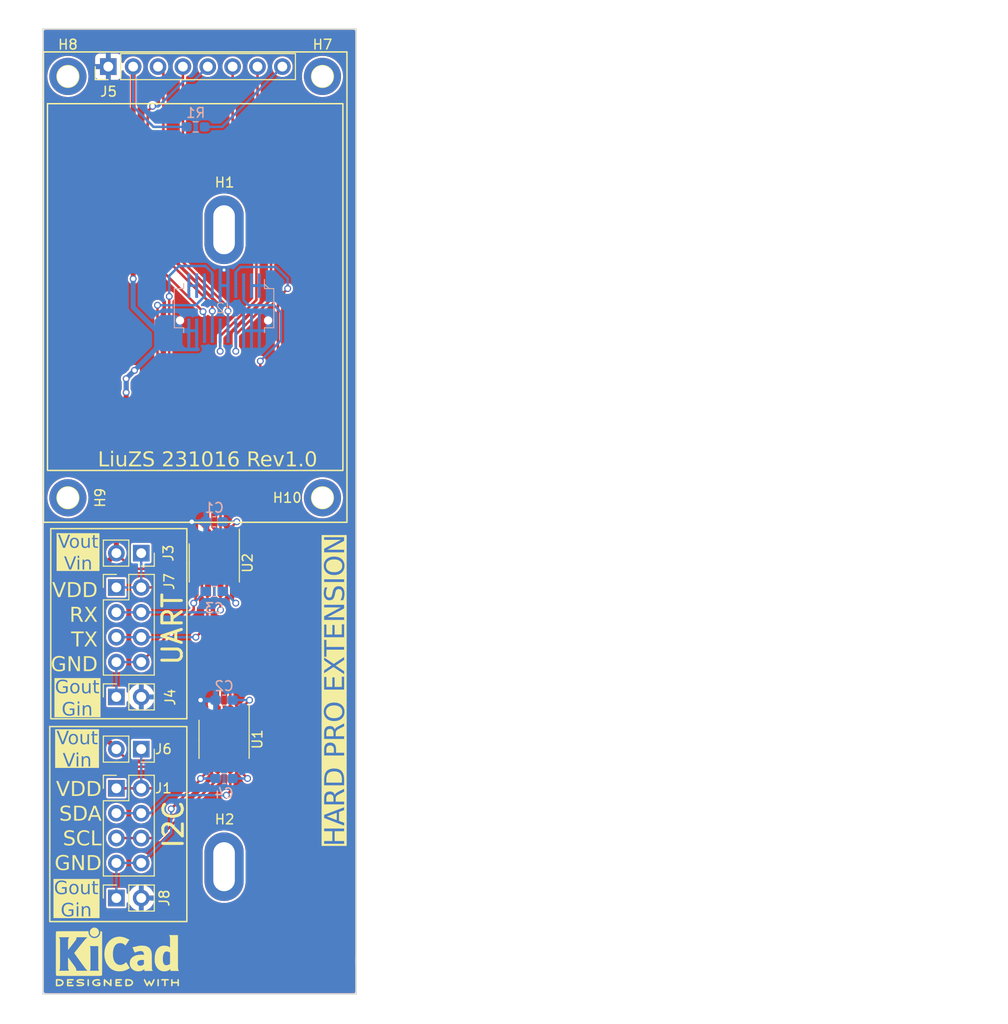
<source format=kicad_pcb>
(kicad_pcb (version 20221018) (generator pcbnew)
  (layers (0 "F.Cu" signal) (31 "B.Cu" signal) (34 "B.Paste" user) (35 "F.Paste" user) (36 "B.SilkS" user "B.Silkscreen") (37 "F.SilkS" user "F.Silkscreen") (38 "B.Mask" user) (39 "F.Mask" user) (44 "Edge.Cuts" user))
  (net 0 "")
  (net 1 "+5V")
  (net 2 "GND")
  (net 3 "VDD")
  (net 6 "VDDA")
  (net 7 "/RXO")
  (net 8 "/TXO")
  (net 9 "GNDA")
  (net 10 "VDDF")
  (net 11 "/SDAO")
  (net 12 "/SCLO")
  (net 13 "GND1")
  (net 14 "/BLK")
  (net 15 "/Tx6")
  (net 16 "/Rx6")
  (net 17 "/SDA3")
  (net 18 "/SCL3")
  (net 19 "/PC8")
  (net 20 "/MOSI2")
  (net 21 "/MISO2")
  (net 22 "/SCK2")
  (net 23 "/PB12")
  (footprint "Symbol:OSHW-Logo_11.4x12mm_Copper" (layer "F.Cu") (at 57.3 113.1)
    (fp_text reference "REF**" hide)
    (fp_text value "OSHW-Logo_11.4x12mm_Copper" hide)
  )
  (footprint "Connector_PinSocket_2.54mm:PinSocket_1x02_P2.54mm_Vertical" (layer "F.Cu") (at 41.54 75 -90)
    (fp_text reference "J3")
    (fp_text value "Conn_01x02_Pin")
  )
  (footprint "Connector_PinHeader_2.54mm:PinHeader_2x04_P2.54mm_Vertical" (layer "F.Cu") (at 39 78.5)
    (fp_text reference "J7")
    (fp_text value "Conn_02x04_Odd_Even")
  )
  (footprint "Connector_PinSocket_2.54mm:PinSocket_1x02_P2.54mm_Vertical" (layer "F.Cu") (at 39 89.675 90)
    (fp_text reference "J4")
    (fp_text value "Conn_01x02_Pin")
  )
  (footprint "Package_SO:SOIC-8_3.9x4.9mm_P1.27mm" (layer "F.Cu") (at 50 94 -90)
    (fp_text reference "U1")
    (fp_text value "ADuM1250")
  )
  (footprint "Symbol:KiCad-Logo2_5mm_SilkScreen" (layer "F.Cu") (at 39.1 116.2)
    (fp_text reference "REF**" hide)
    (fp_text value "KiCad-Logo2_5mm_SilkScreen" hide)
  )
  (footprint "Connector_PinSocket_2.54mm:PinSocket_1x02_P2.54mm_Vertical" (layer "F.Cu") (at 41.54 95 -90)
    (fp_text reference "J6")
    (fp_text value "Conn_01x02_Pin")
  )
  (footprint "Package_SO:SOIC-8_3.9x4.9mm_P1.27mm" (layer "F.Cu") (at 49 76 -90)
    (fp_text reference "U2")
    (fp_text value "ADuM1201BR")
  )
  (footprint "MountingHole:MountingHole_2.2mm_M2_DIN965_Pad" (layer "F.Cu") (at 60.05 26.35)
    (fp_text reference "H7")
    (fp_text value "MountingHole_Pad" hide)
  )
  (footprint "MountingHole:MountingHole_2.2mm_M2_DIN965_Pad" (layer "F.Cu") (at 34.05 26.35)
    (fp_text reference "H8")
    (fp_text value "MountingHole_Pad")
  )
  (footprint "MountingHole:MountingHole_2.2mm_M2_DIN965_Pad" (layer "F.Cu") (at 34.05 69.35 90)
    (fp_text reference "H9")
    (fp_text value "MountingHole_Pad")
  )
  (footprint "Jimmy_Library:MountingHole_M2_2.2x5mm_pad" (layer "F.Cu") (at 50 42)
    (fp_text reference "H1")
    (fp_text value "MountingHole_Pad")
  )
  (footprint "Connector_PinSocket_2.54mm:PinSocket_1x02_P2.54mm_Vertical" (layer "F.Cu") (at 39 110.2 90)
    (fp_text reference "J8")
    (fp_text value "Conn_01x02_Pin")
  )
  (footprint "Jimmy_Library:MountingHole_M2_2.2x5mm_pad" (layer "F.Cu") (at 50 107)
    (fp_text reference "H2")
    (fp_text value "MountingHole_Pad")
  )
  (footprint "MountingHole:MountingHole_2.2mm_M2_DIN965_Pad" (layer "F.Cu") (at 60.05 69.35)
    (fp_text reference "H10")
    (fp_text value "MountingHole_Pad")
  )
  (footprint "Connector_PinHeader_2.54mm:PinHeader_2x04_P2.54mm_Vertical" (layer "F.Cu") (at 39 99)
    (fp_text reference "J1")
    (fp_text value "Conn_02x04_Odd_Even")
  )
  (footprint "Connector_PinHeader_2.54mm:PinHeader_1x08_P2.54mm_Vertical" (layer "F.Cu") (at 38.175 25.35 90)
    (fp_text reference "J5")
    (fp_text value "Conn_01x08_Pin")
  )
  (footprint "Capacitor_SMD:C_0603_1608Metric_Pad1.08x0.95mm_HandSolder" (layer "B.Cu") (at 50 98 180)
    (fp_text reference "C4")
    (fp_text value "100nf")
  )
  (footprint "Capacitor_SMD:C_0603_1608Metric_Pad1.08x0.95mm_HandSolder" (layer "B.Cu") (at 50 90 180)
    (fp_text reference "C2")
    (fp_text value "100nf")
  )
  (footprint "Resistor_SMD:R_0603_1608Metric_Pad0.98x0.95mm_HandSolder" (layer "B.Cu") (at 47.1 31.5 180)
    (fp_text reference "R1")
    (fp_text value "10k")
  )
  (footprint "JConnector:BTB_0.8mm_2x10pin_Male" (layer "B.Cu") (at 50 50 180)
    (fp_text reference "J2")
    (fp_text value "Conn_02x10_Counter_Clockwise")
  )
  (footprint "Capacitor_SMD:C_0603_1608Metric_Pad1.08x0.95mm_HandSolder" (layer "B.Cu") (at 49 78.9 180)
    (fp_text reference "C3")
    (fp_text value "100nf")
  )
  (footprint "Capacitor_SMD:C_0603_1608Metric_Pad1.08x0.95mm_HandSolder" (layer "B.Cu") (at 49 71.8 180)
    (fp_text reference "C1")
    (fp_text value "100nf")
  )
  (gr_circle locked (center 60.05 26.35) (end 61.15 26.35) (stroke (width 0.15)) (fill none) (layer "F.SilkS"))
  (gr_circle locked (center 34.05 26.35) (end 35.15 26.35) (stroke (width 0.15)) (fill none) (layer "F.SilkS"))
  (gr_circle locked (center 34.05 69.35) (end 35.15 69.35) (stroke (width 0.15)) (fill none) (layer "F.SilkS"))
  (gr_circle locked (center 60.05 69.35) (end 61.15 69.35) (stroke (width 0.15)) (fill none) (layer "F.SilkS"))
  (gr_rect (start 32.3 72.5) (end 46.2 91.9) (stroke (width 0.15)) (fill none) (layer "F.SilkS"))
  (gr_rect locked (start 31.55 23.85) (end 62.55 71.85) (stroke (width 0.15)) (fill none) (layer "F.SilkS"))
  (gr_rect locked (start 31.965 29.13) (end 62.135 66.56) (stroke (width 0.15)) (fill none) (layer "F.SilkS"))
  (gr_rect (start 32.2 92.7) (end 46.2 112.6) (stroke (width 0.15)) (fill none) (layer "F.SilkS"))
  (gr_line (start 63.5 28.825) (end 63.5 21.5) (stroke (width 0.1)) (layer "Edge.Cuts"))
  (gr_line (start 31.5 21.5) (end 63.5 21.5) (stroke (width 0.1)) (layer "Edge.Cuts"))
  (gr_line (start 63.5 52.65) (end 63.5 28.825) (stroke (width 0.1)) (layer "Edge.Cuts"))
  (gr_line (start 31.5 120) (end 31.5 21.5) (stroke (width 0.1)) (layer "Edge.Cuts"))
  (gr_line (start 63.5 120) (end 31.5 120) (stroke (width 0.1)) (layer "Edge.Cuts"))
  (gr_line (start 63.5 120) (end 63.5 52.65) (stroke (width 0.1)) (layer "Edge.Cuts"))
  (gr_text "LiuZS 231016 Rev1.0" (at 37.1 66.4) (layer "F.SilkS") (effects (font (size 1.5 1.5)) (justify left bottom)))
  (gr_text "I2C" (at 46 105.3 90) (layer "F.SilkS") (effects (font (size 2 2) (thickness 0.3)) (justify left bottom)))
  (gr_text "Vout\nVin" (at 35 97) (layer "F.SilkS" knockout) (effects (font (size 1.35 1.35)) (justify bottom)))
  (gr_text "Gout\nGin" (at 35 91.8) (layer "F.SilkS" knockout) (effects (font (size 1.35 1.35)) (justify bottom)))
  (gr_text "VDD\nRX\nTX\nGND" (at 37.1 87.3) (layer "F.SilkS") (effects (font (size 1.5 1.5)) (justify right bottom)))
  (gr_text "VDD\nSDA\nSCL\nGND" (at 37.5 107.6) (layer "F.SilkS") (effects (font (size 1.5 1.5)) (justify right bottom)))
  (gr_text "Vout\nVin" (at 35.1 76.9) (layer "F.SilkS" knockout) (effects (font (size 1.32 1.32)) (justify bottom)))
  (gr_text "HARD PRO EXTENSION" (at 62.6 73.1 90) (layer "F.SilkS" knockout) (effects (font (size 2 2)) (justify right bottom)))
  (gr_text "Gout\nGin" (at 34.9 112.3) (layer "F.SilkS" knockout) (effects (font (size 1.35 1.35)) (justify bottom)))
  (gr_text "UART" (at 45.9 86.6 90) (layer "F.SilkS") (effects (font (size 2 2) (thickness 0.3)) (justify left bottom)))
  (segment (start 46.4 47.7) (end 47.2 47.7) (width 0.254) (layer "B.Cu") (net 1))
  (segment (start 48.095 90.495) (end 47.6 90) (width 0.254) (layer "F.Cu") (net 2))
  (segment (start 47.095 72.195) (end 47.095 73.525) (width 0.254) (layer "F.Cu") (net 2))
  (segment (start 48.095 91.525) (end 48.095 90.495) (width 0.254) (layer "F.Cu") (net 2))
  (segment (start 46.7 71.8) (end 47.095 72.195) (width 0.254) (layer "F.Cu") (net 2))
  (via (at 47.6 90) (size 0.7) (drill 0.45) (layers "F.Cu" "B.Cu") (net 2))
  (via (at 50 46.1) (size 0.5) (drill 0.3) (layers "F.Cu" "B.Cu") (net 2))
  (via (at 46.7 71.8) (size 0.7) (drill 0.45) (layers "F.Cu" "B.Cu") (net 2))
  (segment (start 47.6 90) (end 49.1375 90) (width 0.254) (layer "B.Cu") (net 2))
  (segment (start 46.7 71.8) (end 48.1375 71.8) (width 0.254) (layer "B.Cu") (net 2))
  (segment (start 40 71.9) (end 39 72.9) (width 0.508) (layer "F.Cu") (net 3))
  (segment (start 35.9 78.1) (end 35.9 91.9) (width 0.508) (layer "F.Cu") (net 3))
  (segment (start 43.9 76.6) (end 40.6 76.6) (width 0.254) (layer "F.Cu") (net 3))
  (segment (start 42.8 96.8) (end 40.8 96.8) (width 0.254) (layer "F.Cu") (net 3))
  (segment (start 50.905 72.195) (end 50.905 73.525) (width 0.254) (layer "F.Cu") (net 3))
  (segment (start 40.6 76.6) (end 39 75) (width 0.254) (layer "F.Cu") (net 3))
  (segment (start 44.6 75.9) (end 43.9 76.6) (width 0.254) (layer "F.Cu") (net 3))
  (segment (start 50.905 74.995) (end 50 75.9) (width 0.254) (layer "F.Cu") (net 3))
  (segment (start 40 58.6) (end 40 71.9) (width 0.508) (layer "F.Cu") (net 3))
  (segment (start 35.9 91.9) (end 39 95) (width 0.508) (layer "F.Cu") (net 3))
  (segment (start 40.8 96.8) (end 39 95) (width 0.254) (layer "F.Cu") (net 3))
  (segment (start 46.3 93.3) (end 42.8 96.8) (width 0.254) (layer "F.Cu") (net 3))
  (segment (start 51.3 71.8) (end 50.905 72.195) (width 0.254) (layer "F.Cu") (net 3))
  (segment (start 50 75.9) (end 44.6 75.9) (width 0.254) (layer "F.Cu") (net 3))
  (segment (start 40.715 47) (end 40.715 25.35) (width 0.508) (layer "F.Cu") (net 3))
  (segment (start 51.905 91.525) (end 51.905 90.695) (width 0.254) (layer "F.Cu") (net 3))
  (segment (start 40 57.2) (end 40.85 56.35) (width 0.508) (layer "F.Cu") (net 3))
  (segment (start 51.905 92.695) (end 51.3 93.3) (width 0.254) (layer "F.Cu") (net 3))
  (segment (start 39 75) (end 35.9 78.1) (width 0.508) (layer "F.Cu") (net 3))
  (segment (start 51.905 90.695) (end 52.6 90) (width 0.254) (layer "F.Cu") (net 3))
  (segment (start 51.3 93.3) (end 46.3 93.3) (width 0.254) (layer "F.Cu") (net 3))
  (segment (start 51.905 91.525) (end 51.905 92.695) (width 0.254) (layer "F.Cu") (net 3))
  (segment (start 50.905 73.525) (end 50.905 74.995) (width 0.254) (layer "F.Cu") (net 3))
  (segment (start 40 57.2) (end 40 58.6) (width 0.508) (layer "F.Cu") (net 3))
  (segment (start 39 72.9) (end 39 75) (width 0.508) (layer "F.Cu") (net 3))
  (via (at 40 58.6) (size 0.7) (drill 0.45) (layers "F.Cu" "B.Cu") (net 3))
  (via (at 40.85 56.35) (size 0.7) (drill 0.45) (layers "F.Cu" "B.Cu") (net 3))
  (via (at 40 57.2) (size 0.7) (drill 0.45) (layers "F.Cu" "B.Cu") (net 3))
  (via (at 40.715 47) (size 0.7) (drill 0.45) (layers "F.Cu" "B.Cu") (net 3))
  (via (at 52.6 90) (size 0.7) (drill 0.45) (layers "F.Cu" "B.Cu") (net 3))
  (via (at 51.3 71.8) (size 0.7) (drill 0.45) (layers "F.Cu" "B.Cu") (net 3))
  (segment (start 52.6 90) (end 50.8625 90) (width 0.254) (layer "B.Cu") (net 3))
  (segment (start 40.85 56.35) (end 40 57.2) (width 0.508) (layer "B.Cu") (net 3))
  (segment (start 40.715 29.415) (end 40.715 25.35) (width 0.254) (layer "B.Cu") (net 3))
  (segment (start 51.3 71.8) (end 49.8625 71.8) (width 0.254) (layer "B.Cu") (net 3))
  (segment (start 40.85 56.35) (end 43.1 54.1) (width 0.508) (layer "B.Cu") (net 3))
  (segment (start 40.715 47) (end 40.715 49.915) (width 0.508) (layer "B.Cu") (net 3))
  (segment (start 42.8 31.5) (end 40.715 29.415) (width 0.254) (layer "B.Cu") (net 3))
  (segment (start 43.1 54.1) (end 43.1 52.3) (width 0.508) (layer "B.Cu") (net 3))
  (segment (start 40 57.2) (end 40 58.6) (width 0.508) (layer "B.Cu") (net 3))
  (segment (start 43.1 52.3) (end 46.4 52.3) (width 0.508) (layer "B.Cu") (net 3))
  (segment (start 46.1875 31.5) (end 42.8 31.5) (width 0.254) (layer "B.Cu") (net 3))
  (segment (start 40.715 49.915) (end 43.1 52.3) (width 0.508) (layer "B.Cu") (net 3))
  (segment (start 50.905 79.805) (end 50.905 78.475) (width 0.254) (layer "F.Cu") (net 6))
  (segment (start 50.905 77.205) (end 50.6 76.9) (width 0.254) (layer "F.Cu") (net 6))
  (segment (start 50.6 76.9) (end 45.62 76.9) (width 0.254) (layer "F.Cu") (net 6))
  (segment (start 50.905 78.475) (end 50.905 77.205) (width 0.254) (layer "F.Cu") (net 6))
  (segment (start 45.62 76.9) (end 44.02 78.5) (width 0.254) (layer "F.Cu") (net 6))
  (segment (start 51.2 80.1) (end 50.905 79.805) (width 0.254) (layer "F.Cu") (net 6))
  (segment (start 44.02 78.5) (end 41.54 78.5) (width 0.254) (layer "F.Cu") (net 6))
  (via (at 51.2 80.1) (size 0.7) (drill 0.45) (layers "F.Cu" "B.Cu") (net 6))
  (segment (start 51.2 80.1) (end 50.0575 78.9575) (width 0.254) (layer "B.Cu") (net 6))
  (segment (start 41.54 75) (end 41.54 78.5) (width 0.254) (layer "B.Cu") (net 6))
  (segment (start 50.0575 78.9575) (end 49.8625 78.9575) (width 0.254) (layer "B.Cu") (net 6))
  (segment (start 39 78.5) (end 41.54 78.5) (width 0.254) (layer "B.Cu") (net 6))
  (segment (start 49.635 80.8) (end 49.635 78.475) (width 0.254) (layer "F.Cu") (net 7))
  (via (at 49.635 80.8) (size 0.7) (drill 0.45) (layers "F.Cu" "B.Cu") (net 7))
  (segment (start 49.635 80.8) (end 49.395 81.04) (width 0.254) (layer "B.Cu") (net 7))
  (segment (start 41.54 81.04) (end 39 81.04) (width 0.254) (layer "B.Cu") (net 7))
  (segment (start 49.395 81.04) (end 41.54 81.04) (width 0.254) (layer "B.Cu") (net 7))
  (segment (start 47.12 83.58) (end 48.3 82.4) (width 0.254) (layer "F.Cu") (net 8))
  (segment (start 48.3 82.4) (end 48.3 78.54) (width 0.254) (layer "F.Cu") (net 8))
  (segment (start 48.3 78.54) (end 48.365 78.475) (width 0.254) (layer "F.Cu") (net 8))
  (via (at 47.12 83.58) (size 0.7) (drill 0.45) (layers "F.Cu" "B.Cu") (net 8))
  (segment (start 41.54 83.58) (end 39 83.58) (width 0.254) (layer "B.Cu") (net 8))
  (segment (start 47.12 83.58) (end 41.54 83.58) (width 0.254) (layer "B.Cu") (net 8))
  (segment (start 46.9 80.1) (end 46.9 80.76) (width 0.254) (layer "F.Cu") (net 9))
  (segment (start 47.095 79.905) (end 46.9 80.1) (width 0.254) (layer "F.Cu") (net 9))
  (segment (start 46.9 80.76) (end 41.54 86.12) (width 0.254) (layer "F.Cu") (net 9))
  (segment (start 47.095 78.475) (end 47.095 79.905) (width 0.254) (layer "F.Cu") (net 9))
  (via (at 46.9 80.1) (size 0.7) (drill 0.45) (layers "F.Cu" "B.Cu") (net 9))
  (segment (start 48.1375 78.9575) (end 48.0425 78.9575) (width 0.254) (layer "B.Cu") (net 9))
  (segment (start 39 89.675) (end 39 86.12) (width 0.254) (layer "B.Cu") (net 9))
  (segment (start 48.0425 78.9575) (end 46.9 80.1) (width 0.254) (layer "B.Cu") (net 9))
  (segment (start 41.54 86.12) (end 39 86.12) (width 0.254) (layer "B.Cu") (net 9))
  (segment (start 51.905 95.405) (end 51.905 96.475) (width 0.254) (layer "F.Cu") (net 10))
  (segment (start 47.4 94.8) (end 51.3 94.8) (width 0.254) (layer "F.Cu") (net 10))
  (segment (start 39 99) (end 41.54 99) (width 0.254) (layer "F.Cu") (net 10))
  (segment (start 51.3 94.8) (end 51.905 95.405) (width 0.254) (layer "F.Cu") (net 10))
  (segment (start 43.2 99) (end 47.4 94.8) (width 0.254) (layer "F.Cu") (net 10))
  (segment (start 51.905 96.475) (end 51.905 97.505) (width 0.254) (layer "F.Cu") (net 10))
  (segment (start 41.54 99) (end 43.2 99) (width 0.254) (layer "F.Cu") (net 10))
  (segment (start 51.905 97.505) (end 52.4 98) (width 0.254) (layer "F.Cu") (net 10))
  (via (at 52.4 98) (size 0.7) (drill 0.45) (layers "F.Cu" "B.Cu") (net 10))
  (segment (start 52.4 98) (end 50.8625 98) (width 0.254) (layer "B.Cu") (net 10))
  (segment (start 41.54 99) (end 41.54 95) (width 0.254) (layer "B.Cu") (net 10))
  (segment (start 50.235 99.7) (end 50.635 99.3) (width 0.254) (layer "F.Cu") (net 11))
  (segment (start 50.635 99.3) (end 50.635 96.475) (width 0.254) (layer "F.Cu") (net 11))
  (via (at 50.235 99.7) (size 0.7) (drill 0.45) (layers "F.Cu" "B.Cu") (net 11))
  (segment (start 50.235 99.7) (end 44.3 99.7) (width 0.254) (layer "B.Cu") (net 11))
  (segment (start 39 101.54) (end 41.54 101.54) (width 0.254) (layer "B.Cu") (net 11))
  (segment (start 42.46 101.54) (end 41.54 101.54) (width 0.254) (layer "B.Cu") (net 11))
  (segment (start 44.3 99.7) (end 42.46 101.54) (width 0.254) (layer "B.Cu") (net 11))
  (segment (start 39 104.08) (end 41.54 104.08) (width 0.254) (layer "F.Cu") (net 12))
  (segment (start 49.365 98.035) (end 43.32 104.08) (width 0.254) (layer "F.Cu") (net 12))
  (segment (start 43.32 104.08) (end 41.54 104.08) (width 0.254) (layer "F.Cu") (net 12))
  (segment (start 49.365 96.475) (end 49.365 98.035) (width 0.254) (layer "F.Cu") (net 12))
  (segment (start 44.6 101.1) (end 47.6 98.1) (width 0.254) (layer "F.Cu") (net 13))
  (segment (start 47.6 98.1) (end 47.6 98) (width 0.254) (layer "F.Cu") (net 13))
  (segment (start 48.095 97.505) (end 48.095 96.475) (width 0.254) (layer "F.Cu") (net 13))
  (segment (start 47.6 98) (end 48.095 97.505) (width 0.254) (layer "F.Cu") (net 13))
  (via (at 47.6 98) (size 0.7) (drill 0.45) (layers "F.Cu" "B.Cu") (net 13))
  (via (at 44.6 101.1) (size 0.7) (drill 0.45) (layers "F.Cu" "B.Cu") (net 13))
  (segment (start 47.6 98) (end 49.1375 98) (width 0.254) (layer "B.Cu") (net 13))
  (segment (start 44.6 103.56) (end 41.54 106.62) (width 0.254) (layer "B.Cu") (net 13))
  (segment (start 39 106.62) (end 41.54 106.62) (width 0.254) (layer "B.Cu") (net 13))
  (segment (start 44.6 101.1) (end 44.6 103.56) (width 0.254) (layer "B.Cu") (net 13))
  (segment (start 39 106.62) (end 39 110.2) (width 0.254) (layer "B.Cu") (net 13))
  (segment (start 48.0125 31.5) (end 49.805 31.5) (width 0.254) (layer "B.Cu") (net 14))
  (segment (start 49.805 31.5) (end 55.955 25.35) (width 0.254) (layer "B.Cu") (net 14))
  (segment (start 43.2 49.7) (end 43.2 61.7) (width 0.254) (layer "F.Cu") (net 15))
  (segment (start 43.2 61.7) (end 48.365 66.865) (width 0.254) (layer "F.Cu") (net 15))
  (segment (start 48.365 66.865) (end 48.365 73.525) (width 0.254) (layer "F.Cu") (net 15))
  (via (at 43.2 49.7) (size 0.7) (drill 0.45) (layers "F.Cu" "B.Cu") (net 15))
  (segment (start 48 48.8) (end 48 47.7) (width 0.254) (layer "B.Cu") (net 15))
  (segment (start 43.2 49.7) (end 47.1 49.7) (width 0.254) (layer "B.Cu") (net 15))
  (segment (start 47.1 49.7) (end 48 48.8) (width 0.254) (layer "B.Cu") (net 15))
  (segment (start 44.4 48.8) (end 44.4 61) (width 0.254) (layer "F.Cu") (net 16))
  (segment (start 49.635 66.235) (end 49.635 73.525) (width 0.254) (layer "F.Cu") (net 16))
  (segment (start 44.4 61) (end 49.635 66.235) (width 0.254) (layer "F.Cu") (net 16))
  (via (at 44.4 48.8) (size 0.7) (drill 0.45) (layers "F.Cu" "B.Cu") (net 16))
  (segment (start 48.1 45.7) (end 48.8 46.4) (width 0.254) (layer "B.Cu") (net 16))
  (segment (start 44.4 46.7) (end 45.4 45.7) (width 0.254) (layer "B.Cu") (net 16))
  (segment (start 45.4 45.7) (end 48.1 45.7) (width 0.254) (layer "B.Cu") (net 16))
  (segment (start 44.4 48.8) (end 44.4 46.7) (width 0.254) (layer "B.Cu") (net 16))
  (segment (start 48.8 46.4) (end 48.8 47.7) (width 0.254) (layer "B.Cu") (net 16))
  (segment (start 50.635 86.665) (end 50.635 91.525) (width 0.254) (layer "F.Cu") (net 17))
  (segment (start 56.5 48) (end 55.5 49) (width 0.254) (layer "F.Cu") (net 17))
  (segment (start 55.5 49) (end 55.5 81.8) (width 0.254) (layer "F.Cu") (net 17))
  (segment (start 55.5 81.8) (end 50.635 86.665) (width 0.254) (layer "F.Cu") (net 17))
  (via (at 56.5 48) (size 0.7) (drill 0.45) (layers "F.Cu" "B.Cu") (net 17))
  (segment (start 55.3 45.8) (end 56.5 47) (width 0.254) (layer "B.Cu") (net 17))
  (segment (start 51.2 46.3) (end 51.7 45.8) (width 0.254) (layer "B.Cu") (net 17))
  (segment (start 51.2 47.7) (end 51.2 46.3) (width 0.254) (layer "B.Cu") (net 17))
  (segment (start 56.5 47) (end 56.5 48) (width 0.254) (layer "B.Cu") (net 17))
  (segment (start 51.7 45.8) (end 55.3 45.8) (width 0.254) (layer "B.Cu") (net 17))
  (segment (start 53.7 55.4) (end 53.7 81.8) (width 0.254) (layer "F.Cu") (net 18))
  (segment (start 49.365 86.135) (end 49.365 91.525) (width 0.254) (layer "F.Cu") (net 18))
  (segment (start 53.7 81.8) (end 49.365 86.135) (width 0.254) (layer "F.Cu") (net 18))
  (via (at 53.7 55.4) (size 0.7) (drill 0.45) (layers "F.Cu" "B.Cu") (net 18))
  (segment (start 55.8 50.4) (end 55.1 49.7) (width 0.254) (layer "B.Cu") (net 18))
  (segment (start 55.1 49.7) (end 52.5 49.7) (width 0.254) (layer "B.Cu") (net 18))
  (segment (start 53.7 55.4) (end 55.8 53.3) (width 0.254) (layer "B.Cu") (net 18))
  (segment (start 55.8 53.3) (end 55.8 50.4) (width 0.254) (layer "B.Cu") (net 18))
  (segment (start 52.5 49.7) (end 52 49.2) (width 0.254) (layer "B.Cu") (net 18))
  (segment (start 52 49.2) (end 52 47.7) (width 0.254) (layer "B.Cu") (net 18))
  (segment (start 53.415 34.015) (end 53.415 25.35) (width 0.254) (layer "F.Cu") (net 19))
  (segment (start 51.2 54.4) (end 51.2 52.7) (width 0.254) (layer "F.Cu") (net 19))
  (segment (start 54.8 35.4) (end 53.415 34.015) (width 0.254) (layer "F.Cu") (net 19))
  (segment (start 54.8 49.1) (end 54.8 35.4) (width 0.254) (layer "F.Cu") (net 19))
  (segment (start 51.2 52.7) (end 54.8 49.1) (width 0.254) (layer "F.Cu") (net 19))
  (via (at 51.2 54.4) (size 0.7) (drill 0.45) (layers "F.Cu" "B.Cu") (net 19))
  (segment (start 51.2 54.4) (end 51.2 52.3) (width 0.254) (layer "B.Cu") (net 19))
  (segment (start 50.4 50.3) (end 50.4 49.9) (width 0.254) (layer "F.Cu") (net 20))
  (segment (start 45.795 45.295) (end 45.795 25.35) (width 0.254) (layer "F.Cu") (net 20))
  (segment (start 50.4 49.9) (end 45.795 45.295) (width 0.254) (layer "F.Cu") (net 20))
  (via (at 50.4 50.3) (size 0.7) (drill 0.45) (layers "F.Cu" "B.Cu") (net 20))
  (segment (start 50.4 50.3) (end 50.4 52.3) (width 0.254) (layer "B.Cu") (net 20))
  (segment (start 49.6 54.4) (end 49.6 52.857948) (width 0.254) (layer "F.Cu") (net 21))
  (segment (start 49.6 52.857948) (end 53.3 49.157948) (width 0.254) (layer "F.Cu") (net 21))
  (segment (start 50.875 34.817052) (end 50.875 25.35) (width 0.254) (layer "F.Cu") (net 21))
  (segment (start 53.3 49.157948) (end 53.3 37.242052) (width 0.254) (layer "F.Cu") (net 21))
  (segment (start 53.3 37.242052) (end 50.875 34.817052) (width 0.254) (layer "F.Cu") (net 21))
  (via (at 49.6 54.4) (size 0.7) (drill 0.45) (layers "F.Cu" "B.Cu") (net 21))
  (segment (start 49.6 54.4) (end 49.6 52.3) (width 0.254) (layer "B.Cu") (net 21))
  (segment (start 48.8 50.3) (end 48.8 49.7) (width 0.254) (layer "F.Cu") (net 22))
  (segment (start 43.8 44.7) (end 43.8 25.895) (width 0.254) (layer "F.Cu") (net 22))
  (segment (start 48.8 49.7) (end 43.8 44.7) (width 0.254) (layer "F.Cu") (net 22))
  (segment (start 43.8 25.895) (end 43.255 25.35) (width 0.254) (layer "F.Cu") (net 22))
  (via (at 48.8 50.3) (size 0.7) (drill 0.45) (layers "F.Cu" "B.Cu") (net 22))
  (segment (start 48.8 50.3) (end 48.8 52.3) (width 0.254) (layer "B.Cu") (net 22))
  (segment (start 42.7 29.4) (end 42.2 29.9) (width 0.254) (layer "F.Cu") (net 23))
  (segment (start 42.2 44.7) (end 47.85 50.35) (width 0.254) (layer "F.Cu") (net 23))
  (segment (start 42.2 29.9) (end 42.2 44.7) (width 0.254) (layer "F.Cu") (net 23))
  (via (at 42.7 29.4) (size 0.7) (drill 0.45) (layers "F.Cu" "B.Cu") (net 23))
  (via (at 47.85 50.35) (size 0.7) (drill 0.45) (layers "F.Cu" "B.Cu") (net 23))
  (segment (start 47.85 50.35) (end 48 50.5) (width 0.25) (layer "B.Cu") (net 23))
  (segment (start 45.915 26.785) (end 46.9 26.785) (width 0.254) (layer "B.Cu") (net 23))
  (segment (start 48 50.5) (end 48 52.3) (width 0.25) (layer "B.Cu") (net 23))
  (segment (start 43.3 29.4) (end 45.915 26.785) (width 0.254) (layer "B.Cu") (net 23))
  (segment (start 46.9 26.785) (end 48.335 25.35) (width 0.254) (layer "B.Cu") (net 23))
  (segment (start 42.7 29.4) (end 43.3 29.4) (width 0.254) (layer "B.Cu") (net 23))
  (zone (net 2) (net_name "GND") (layers "F&B.Cu") (priority 3) (connect_pads (clearance 0)) (min_thickness 0.25) (fill yes (thermal_gap 0.5) (thermal_bridge_width 0.5))
    (polygon (pts (xy 33.5 18.55) (xy 30.1 18.65) (xy 30.6 122.35) (xy 64.7 121.7) (xy 64.325 19.725)))
  )
  (zone (net 3) (net_name "VDD") (layer "B.Cu") (priority 4) (connect_pads (clearance 0)) (min_thickness 0.25) (fill yes (thermal_gap 0.5) (thermal_bridge_width 0.5))
    (polygon (pts (xy 47.7 51) (xy 47.7 54) (xy 47.4 54.4) (xy 43.5 54.4) (xy 42.9 53.9) (xy 42.9 51.2) (xy 43.5 50.7) (xy 47.4 50.7)))
  )
)
</source>
